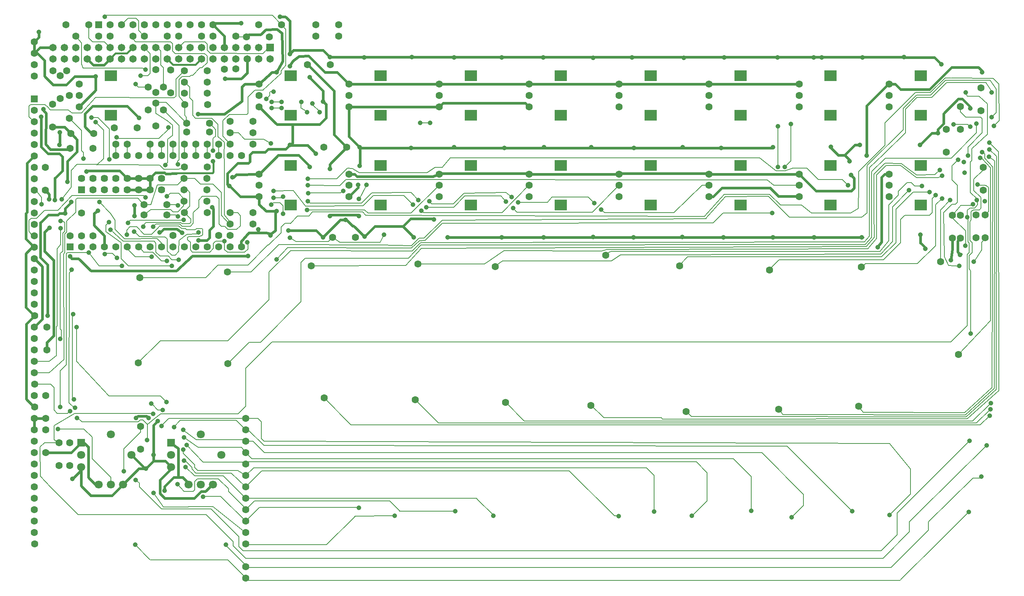
<source format=gbl>
%FSLAX33Y33*%
%MOMM*%
%AMRect-W2403400-H2708200-RO0.500*
21,1,2.4034,2.7082,0.,0.,270*%
%AMRect-W1650000-H1650000-RO0.500*
21,1,1.65,1.65,0.,0.,270*%
%AMRect-W1600000-H1600000-RO0.500*
21,1,1.6,1.6,0.,0.,270*%
%ADD10C,0.2032*%
%ADD11C,0.6096*%
%ADD12C,0.381*%
%ADD13C,1.0668*%
%ADD14C,1.6*%
%ADD15C,1.6*%
%ADD16R,1.8X1.8*%
%ADD17C,1.8*%
%ADD18C,1.6*%
%ADD19R,1.6X1.6*%
%ADD20Rect-W2403400-H2708200-RO0.500*%
%ADD21C,1.6*%
%ADD22R,1.62X1.62*%
%ADD23C,1.62*%
%ADD24C,1.65*%
%ADD25Rect-W1650000-H1650000-RO0.500*%
%ADD26Rect-W1600000-H1600000-RO0.500*%
D10*
%LNbottom copper_traces*%
G01*
X217325Y97446D02*
X215300Y99471D01*
X23580Y80055D02*
X24275Y80750D01*
X203350Y76525D02*
X203350Y85675D01*
D11*
X1118Y78082D02*
X1118Y83764D01*
X63975Y118775D02*
X67600Y115150D01*
X54480Y124675D02*
X53323Y123518D01*
D10*
X33201Y88236D02*
X32489Y87525D01*
X39932Y78754D02*
X40168Y78754D01*
X48481Y9609D02*
X49403Y8687D01*
X205249Y74143D02*
X205150Y83950D01*
X36150Y30322D02*
X36150Y31164D01*
D11*
X50952Y95297D02*
X50952Y96791D01*
D10*
X63250Y73750D02*
X86166Y73750D01*
X152550Y26050D02*
X150125Y28475D01*
D11*
X213625Y115487D02*
X212812Y116300D01*
X30939Y21432D02*
X32000Y20371D01*
D10*
X204750Y92116D02*
X203961Y91700D01*
X37532Y114221D02*
X37836Y114525D01*
D11*
X29973Y92837D02*
X31962Y92837D01*
D10*
X211487Y77244D02*
X211487Y75038D01*
X184800Y17450D02*
X170325Y31925D01*
X38890Y99125D02*
X38915Y99100D01*
X111869Y37531D02*
X211506Y37531D01*
X210375Y84395D02*
X210959Y84980D01*
X203350Y85675D02*
X204750Y87075D01*
X213041Y84548D02*
X213375Y84955D01*
X126825Y41025D02*
X129600Y38250D01*
D11*
X72939Y100878D02*
X75336Y98480D01*
D10*
X203350Y87821D02*
X202564Y87035D01*
X37031Y88975D02*
X36244Y88975D01*
X188245Y75845D02*
X190175Y78165D01*
X64025Y83175D02*
X64850Y84075D01*
D11*
X65672Y79930D02*
X67158Y78445D01*
X45925Y90215D02*
X45925Y92630D01*
D10*
X85600Y72175D02*
X89050Y76000D01*
X151950Y83100D02*
X76740Y83361D01*
X199250Y72600D02*
X203350Y76525D01*
X211421Y95537D02*
X211027Y95144D01*
D11*
X6350Y86900D02*
X6350Y87975D01*
D10*
X41430Y120040D02*
X42095Y119375D01*
X2325Y82632D02*
X3532Y82632D01*
X21110Y99125D02*
X21135Y99100D01*
X45250Y83400D02*
X46510Y81815D01*
X52050Y111175D02*
X53869Y111175D01*
X30000Y108466D02*
X30000Y106050D01*
X131225Y75300D02*
X129975Y74750D01*
X53462Y37338D02*
X53462Y33649D01*
X199075Y91700D02*
X195525Y94394D01*
X89070Y84375D02*
X89545Y83900D01*
X17675Y104571D02*
X19700Y102571D01*
D11*
X91610Y91935D02*
X92990Y92500D01*
D10*
X23580Y79025D02*
X23580Y80055D01*
X86710Y88375D02*
X88525Y86560D01*
X207005Y91200D02*
X207005Y94417D01*
X28138Y36771D02*
X28136Y36771D01*
X19700Y95750D02*
X19700Y102571D01*
X48411Y101665D02*
X49787Y100290D01*
X26190Y124460D02*
X26190Y126635D01*
D11*
X10350Y90750D02*
X10350Y95315D01*
D10*
X78375Y87725D02*
X85175Y87725D01*
D11*
X72990Y112500D02*
X172990Y112500D01*
D10*
X195050Y87787D02*
X192900Y85637D01*
X162325Y17525D02*
X162325Y25200D01*
X33050Y107683D02*
X36908Y103825D01*
X38789Y104930D02*
X42450Y104930D01*
D11*
X5850Y53320D02*
X5850Y55085D01*
X50584Y94929D02*
X50952Y95297D01*
X50648Y123518D02*
X50177Y123047D01*
D10*
X7395Y44975D02*
X6650Y45720D01*
D11*
X7600Y91600D02*
X7700Y91600D01*
D10*
X127015Y84025D02*
X132990Y90000D01*
X36335Y121905D02*
X35080Y120650D01*
X205819Y112875D02*
X202494Y109550D01*
D11*
X176740Y88750D02*
X184600Y88750D01*
X32241Y92558D02*
X34620Y92608D01*
D10*
X43513Y87570D02*
X44094Y86989D01*
X36550Y28725D02*
X38100Y27175D01*
X40275Y116154D02*
X39853Y116154D01*
X38350Y21850D02*
X38675Y22175D01*
X31270Y99125D02*
X31295Y99100D01*
X62300Y64075D02*
X62300Y72800D01*
D11*
X39484Y77750D02*
X41320Y77750D01*
D10*
X39573Y85088D02*
X39573Y86757D01*
X140725Y74525D02*
X133325Y74525D01*
D11*
X8718Y101479D02*
X8718Y99383D01*
D10*
X45300Y75743D02*
X45300Y77485D01*
D11*
X5646Y106050D02*
X5021Y106675D01*
D10*
X88250Y72475D02*
X103085Y72475D01*
X166450Y88000D02*
X156325Y87975D01*
X210007Y76581D02*
X210007Y79821D01*
X13500Y97700D02*
X13500Y102220D01*
X44964Y100975D02*
X44964Y104395D01*
X48018Y123047D02*
X50177Y123047D01*
X28750Y99105D02*
X28750Y96585D01*
X40400Y80254D02*
X40400Y78990D01*
D11*
X16281Y81130D02*
X18635Y78777D01*
D10*
X164200Y96075D02*
X167900Y93200D01*
X32850Y102425D02*
X30716Y100429D01*
D11*
X3000Y58420D02*
X4819Y60239D01*
X59792Y119232D02*
X59792Y126594D01*
D10*
X59848Y78303D02*
X61204Y77475D01*
X5950Y107425D02*
X5939Y107425D01*
X44964Y104395D02*
X46344Y105775D01*
X50535Y28475D02*
X50000Y27940D01*
X31295Y76265D02*
X31295Y77184D01*
D11*
X58077Y123926D02*
X58179Y117642D01*
X26225Y26925D02*
X27844Y26925D01*
D10*
X135170Y75725D02*
X188245Y75845D01*
D11*
X41050Y21850D02*
X42700Y23500D01*
D10*
X13544Y106106D02*
X16675Y109568D01*
D11*
X84952Y80848D02*
X86654Y82550D01*
D10*
X210384Y109865D02*
X210015Y110693D01*
D11*
X41365Y77750D02*
X41953Y78337D01*
D10*
X32560Y78100D02*
X32091Y78543D01*
X32680Y100255D02*
X32659Y95136D01*
X18700Y127825D02*
X55905Y127825D01*
X42725Y100400D02*
X43300Y100975D01*
X190175Y78165D02*
X190225Y92275D01*
X195550Y77200D02*
X191700Y73450D01*
X50475Y77300D02*
X50475Y75824D01*
D11*
X12875Y73700D02*
X11287Y73700D01*
D10*
X53275Y55050D02*
X62300Y64075D01*
X214817Y105756D02*
X214825Y105990D01*
D11*
X59792Y126594D02*
X58826Y127559D01*
D10*
X147925Y39675D02*
X149025Y38550D01*
X196102Y107152D02*
X199060Y110109D01*
X192325Y94400D02*
X195525Y94394D01*
X33725Y101150D02*
X33725Y103400D01*
X38223Y114525D02*
X37836Y114525D01*
X3000Y78825D02*
X3000Y78740D01*
D11*
X213625Y115200D02*
X213625Y115487D01*
X55551Y79212D02*
X54559Y79449D01*
D10*
X40400Y80254D02*
X40259Y80395D01*
X33550Y74460D02*
X32560Y75400D01*
X39017Y33388D02*
X49504Y33388D01*
X64025Y83175D02*
X61525Y83175D01*
X31700Y116200D02*
X31150Y116750D01*
D11*
X1118Y74803D02*
X1118Y62872D01*
D10*
X44440Y20800D02*
X50000Y15240D01*
X38675Y22175D02*
X38675Y24103D01*
X92100Y94025D02*
X93700Y94025D01*
X169875Y93200D02*
X171625Y93825D01*
D11*
X196418Y118445D02*
X196309Y118554D01*
D10*
X45250Y83400D02*
X45250Y85225D01*
X30844Y94500D02*
X31827Y93593D01*
D11*
X67218Y108687D02*
X67837Y108068D01*
D10*
X18950Y79650D02*
X22325Y77200D01*
X6300Y48260D02*
X9625Y51215D01*
X57350Y76772D02*
X79951Y76746D01*
D11*
X48836Y87500D02*
X52990Y87500D01*
D10*
X41430Y120040D02*
X41430Y121394D01*
X202277Y110109D02*
X205600Y113432D01*
X46004Y80225D02*
X47950Y80225D01*
X25224Y109526D02*
X34092Y109464D01*
X214246Y96946D02*
X213925Y97367D01*
X27350Y123190D02*
X27350Y123300D01*
D11*
X93823Y108333D02*
X112157Y108333D01*
D10*
X45775Y80479D02*
X45775Y80454D01*
D11*
X28408Y38238D02*
X28005Y38640D01*
D10*
X11358Y87733D02*
X8225Y84400D01*
X10745Y41625D02*
X12052Y40318D01*
X35150Y109796D02*
X35150Y113531D01*
X167000Y83875D02*
X156080Y83875D01*
X215500Y59875D02*
X215500Y93910D01*
X38675Y91505D02*
X36439Y91505D01*
D11*
X4350Y73900D02*
X4350Y81729D01*
D10*
X217450Y104375D02*
X217387Y112062D01*
X4325Y31725D02*
X4350Y25250D01*
X42835Y77064D02*
X42835Y75969D01*
X213925Y93434D02*
X213925Y94005D01*
D11*
X187975Y107735D02*
X192900Y112660D01*
D10*
X50547Y35560D02*
X54030Y32077D01*
X203961Y91700D02*
X199075Y91700D01*
X27350Y75150D02*
X27050Y75430D01*
X33771Y121514D02*
X33771Y119943D01*
D11*
X5546Y99139D02*
X5646Y106050D01*
D10*
X86969Y75375D02*
X88869Y77275D01*
D11*
X192000Y92500D02*
X192990Y92500D01*
D10*
X23926Y72051D02*
X22340Y73650D01*
X90825Y86425D02*
X91350Y85900D01*
X35901Y82200D02*
X36244Y82190D01*
X213760Y95900D02*
X215500Y93910D01*
X152550Y19750D02*
X152550Y26050D01*
X28247Y114422D02*
X28775Y114950D01*
X21000Y82190D02*
X19982Y83763D01*
X171150Y95475D02*
X169800Y94125D01*
D11*
X30939Y21432D02*
X30939Y24380D01*
D10*
X140800Y17375D02*
X140800Y25450D01*
X49590Y28350D02*
X50000Y27940D01*
D11*
X7290Y56525D02*
X7290Y73335D01*
D10*
X47193Y10719D02*
X47193Y9779D01*
D11*
X15550Y20950D02*
X20300Y20950D01*
X172990Y92500D02*
X176740Y88750D01*
D10*
X13500Y102220D02*
X10800Y104920D01*
X41100Y69475D02*
X43850Y72225D01*
X206731Y113864D02*
X205410Y113864D01*
D11*
X29550Y36555D02*
X30485Y37490D01*
D10*
X81991Y19736D02*
X84277Y17450D01*
D11*
X16675Y114249D02*
X12010Y114249D01*
D10*
X50000Y17780D02*
X51956Y19736D01*
D11*
X11287Y73700D02*
X10975Y74375D01*
D10*
X31525Y39990D02*
X30485Y39990D01*
X10219Y82185D02*
X10219Y79619D01*
X92850Y37125D02*
X212400Y37125D01*
X50000Y33020D02*
X51605Y33020D01*
X211218Y82313D02*
X211218Y84218D01*
X22725Y77600D02*
X29710Y77600D01*
X30000Y120550D02*
X30525Y120550D01*
D11*
X208255Y77589D02*
X208879Y78315D01*
D10*
X85607Y76074D02*
X59312Y76150D01*
X33359Y84600D02*
X33869Y84090D01*
X53085Y18325D02*
X75150Y18325D01*
X36828Y103905D02*
X36828Y105175D01*
D11*
X33400Y27300D02*
X33400Y26841D01*
D10*
X101397Y20320D02*
X101397Y20210D01*
X62300Y107225D02*
X63700Y106325D01*
X36150Y30322D02*
X38675Y27797D01*
X12552Y87162D02*
X26075Y87127D01*
X214550Y112875D02*
X215775Y110950D01*
X169425Y38975D02*
X209975Y38900D01*
X214246Y96061D02*
X216021Y94119D01*
D11*
X84952Y80848D02*
X87351Y78450D01*
D10*
X33550Y74460D02*
X34310Y74460D01*
X45600Y9830D02*
X50114Y5316D01*
X9342Y82085D02*
X8894Y82085D01*
X206790Y96050D02*
X212429Y101714D01*
X88869Y77275D02*
X187500Y77375D01*
X149025Y38550D02*
X210150Y38475D01*
D12*
X40111Y118110D02*
X38851Y116850D01*
D10*
X53590Y26450D02*
X50000Y22860D01*
X8875Y80445D02*
X8875Y76830D01*
X196647Y106985D02*
X196647Y101722D01*
X33300Y72050D02*
X32575Y72050D01*
X43306Y77535D02*
X42835Y77064D01*
D11*
X204591Y116916D02*
X203062Y118445D01*
D10*
X215875Y45000D02*
X216021Y94119D01*
D11*
X59848Y98880D02*
X60401Y99434D01*
D10*
X34809Y83075D02*
X34862Y82782D01*
X37532Y109523D02*
X37532Y111835D01*
D11*
X3000Y35650D02*
X3000Y38100D01*
D10*
X32560Y75400D02*
X32560Y78100D01*
X210009Y105192D02*
X208875Y106325D01*
X10400Y75050D02*
X15100Y75050D01*
X30950Y74250D02*
X30050Y75150D01*
X205249Y74143D02*
X206216Y72150D01*
D11*
X53078Y92436D02*
X57165Y96675D01*
D10*
X110325Y84025D02*
X110150Y84200D01*
X11215Y89574D02*
X11215Y93324D01*
X72580Y93826D02*
X73685Y93775D01*
X106725Y87625D02*
X107865Y86400D01*
X55200Y64575D02*
X55200Y70675D01*
X12400Y50825D02*
X19575Y43100D01*
X22887Y26388D02*
X22887Y31355D01*
X92850Y37125D02*
X87675Y42300D01*
X13574Y37352D02*
X12675Y38225D01*
X13500Y97700D02*
X13925Y97275D01*
X214246Y96061D02*
X214246Y96946D01*
X5270Y32700D02*
X8500Y32700D01*
D11*
X113100Y92500D02*
X132840Y92500D01*
D10*
X54225Y32077D02*
X170325Y31925D01*
X191211Y8687D02*
X194775Y12251D01*
X26625Y114422D02*
X28247Y114422D01*
X207725Y85806D02*
X208154Y86236D01*
X31295Y99100D02*
X31295Y96585D01*
X43325Y102400D02*
X42875Y102850D01*
X110475Y86190D02*
X117068Y86190D01*
D11*
X75336Y98349D02*
X167005Y98349D01*
D10*
X10553Y106820D02*
X6579Y106790D01*
D11*
X48975Y126111D02*
X43081Y126111D01*
D10*
X39573Y86757D02*
X40386Y87570D01*
D11*
X5330Y75295D02*
X5330Y79580D01*
D10*
X208154Y90050D02*
X207005Y91200D01*
X45255Y95325D02*
X45200Y96530D01*
X95475Y96075D02*
X164200Y96075D01*
D11*
X34600Y70950D02*
X15625Y70950D01*
D10*
X207162Y82615D02*
X207162Y83531D01*
X131595Y75725D02*
X135170Y75725D01*
X63825Y90000D02*
X70945Y89949D01*
X210375Y58800D02*
X206725Y55150D01*
D11*
X8225Y83400D02*
X8615Y83790D01*
D10*
X35878Y80876D02*
X37694Y80876D01*
X153850Y81645D02*
X93701Y81594D01*
X118078Y87375D02*
X126150Y87375D01*
X53774Y119304D02*
X55121Y120650D01*
X213680Y101717D02*
X213680Y104817D01*
X30000Y108466D02*
X32350Y108466D01*
D12*
X42829Y95325D02*
X42829Y93010D01*
D10*
X37694Y80876D02*
X38346Y81528D01*
X132900Y16375D02*
X131950Y16425D01*
X199212Y109550D02*
X196647Y106985D01*
X199060Y110109D02*
X202277Y110109D01*
D11*
X92990Y107500D02*
X72990Y107500D01*
X18491Y116761D02*
X19840Y118110D01*
D10*
X35067Y93593D02*
X36358Y94045D01*
X214348Y78450D02*
X214348Y78148D01*
X195550Y82425D02*
X195550Y77200D01*
D11*
X56625Y79981D02*
X56625Y83977D01*
X23670Y91515D02*
X28750Y91515D01*
D10*
X210490Y98527D02*
X213680Y101717D01*
X142338Y38250D02*
X142613Y37975D01*
X53818Y111175D02*
X57915Y114897D01*
X91350Y85900D02*
X96118Y85900D01*
X52775Y80480D02*
X52775Y79700D01*
X210795Y71390D02*
X210959Y71225D01*
X206725Y55150D02*
X55875Y55150D01*
X21325Y100725D02*
X21595Y100455D01*
X44610Y88265D02*
X44610Y88373D01*
D11*
X29550Y28631D02*
X32171Y28631D01*
X45240Y123190D02*
X45240Y120650D01*
D10*
X23650Y99125D02*
X23650Y96585D01*
X204400Y84500D02*
X206550Y86736D01*
X40919Y121905D02*
X36335Y121905D01*
X69310Y78385D02*
X68400Y77475D01*
X41455Y99100D02*
X41455Y96585D01*
X60000Y81525D02*
X60000Y81510D01*
X54125Y30500D02*
X164700Y30500D01*
X140800Y25450D02*
X139100Y27150D01*
X50475Y77300D02*
X50240Y77535D01*
X188125Y94400D02*
X196102Y102377D01*
X32791Y74250D02*
X33616Y73425D01*
X193075Y16575D02*
X197750Y21250D01*
X186950Y82875D02*
X188125Y83850D01*
D11*
X199945Y77200D02*
X201016Y76129D01*
D10*
X149250Y16450D02*
X152550Y19750D01*
D11*
X73979Y81000D02*
X76417Y78562D01*
X34600Y70950D02*
X38163Y74252D01*
X205075Y105945D02*
X208330Y109200D01*
D10*
X188575Y78685D02*
X188575Y93900D01*
D11*
X66419Y103556D02*
X56934Y103556D01*
X27844Y26925D02*
X29550Y28631D01*
D10*
X213100Y24800D02*
X213475Y25175D01*
X111869Y37531D02*
X107850Y41650D01*
X36358Y99100D02*
X36358Y96585D01*
X44610Y80874D02*
X45380Y80874D01*
X43850Y72225D02*
X50475Y72250D01*
X69327Y78445D02*
X70882Y77334D01*
X25525Y121920D02*
X24975Y122585D01*
X45250Y77950D02*
X45665Y77535D01*
D11*
X46330Y89810D02*
X45925Y90215D01*
D10*
X215094Y89514D02*
X215094Y84166D01*
X42095Y119375D02*
X42344Y119375D01*
D11*
X3000Y96520D02*
X1374Y94894D01*
D10*
X32659Y95136D02*
X32106Y94583D01*
X215350Y38725D02*
X213268Y36718D01*
X34500Y109796D02*
X34500Y113655D01*
X205819Y112875D02*
X214550Y112875D01*
X208450Y52325D02*
X215500Y59875D01*
X3000Y50800D02*
X6300Y50800D01*
D11*
X50320Y115011D02*
X49025Y113716D01*
D10*
X27606Y37352D02*
X27186Y37771D01*
D11*
X45925Y92630D02*
X48225Y94929D01*
D10*
X209975Y38900D02*
X216375Y44800D01*
D11*
X74200Y92500D02*
X74765Y91935D01*
D10*
X164700Y30500D02*
X173975Y21225D01*
X197450Y88925D02*
X193750Y85225D01*
X186200Y89525D02*
X186200Y93050D01*
X17146Y105100D02*
X15750Y105100D01*
D11*
X65672Y79930D02*
X59390Y79930D01*
D10*
X103085Y72475D02*
X107435Y75500D01*
X8076Y75881D02*
X8096Y58714D01*
X194500Y77225D02*
X191300Y74075D01*
X213094Y90050D02*
X214151Y90050D01*
X28325Y111906D02*
X26144Y111906D01*
X145175Y83900D02*
X151450Y90000D01*
X9566Y74725D02*
X9625Y51215D01*
X30000Y106050D02*
X32675Y104300D01*
X208963Y85550D02*
X211675Y85550D01*
X128775Y84750D02*
X129725Y83925D01*
X50000Y40800D02*
X48300Y39100D01*
D11*
X50475Y74261D02*
X38163Y74252D01*
X70340Y115150D02*
X67600Y115150D01*
X14434Y93200D02*
X21985Y93200D01*
D10*
X187725Y72600D02*
X186855Y71730D01*
X32675Y104300D02*
X33725Y103400D01*
D11*
X71009Y82296D02*
X72415Y82296D01*
D10*
X6300Y50800D02*
X7900Y52075D01*
X29554Y21488D02*
X31694Y18426D01*
D11*
X11520Y24654D02*
X13400Y26534D01*
D10*
X25225Y79675D02*
X25265Y79725D01*
X211825Y88813D02*
X211825Y91334D01*
X12552Y87162D02*
X12227Y86902D01*
X121925Y26450D02*
X53590Y26450D01*
X201752Y13259D02*
X201752Y15123D01*
D11*
X59848Y98880D02*
X63795Y98880D01*
D10*
X93700Y94025D02*
X95475Y96075D01*
X215775Y110950D02*
X215775Y110675D01*
D11*
X52990Y87500D02*
X52990Y85706D01*
X12010Y114249D02*
X10130Y112370D01*
D10*
X31325Y73150D02*
X29325Y75150D01*
X156575Y87500D02*
X166175Y87575D01*
D11*
X199945Y78990D02*
X199945Y77187D01*
D10*
X78025Y88350D02*
X86710Y88375D01*
X30050Y75150D02*
X30050Y77035D01*
X201975Y83328D02*
X196453Y83328D01*
D11*
X5546Y99139D02*
X6567Y97996D01*
X185250Y91535D02*
X184510Y92275D01*
D10*
X21595Y100455D02*
X22320Y100455D01*
D12*
X42596Y92701D02*
X34528Y92701D01*
D11*
X185379Y98990D02*
X186495Y98990D01*
X5560Y30485D02*
X11185Y30485D01*
D10*
X211125Y57325D02*
X211125Y70881D01*
X51355Y29125D02*
X158400Y29125D01*
D11*
X11185Y30485D02*
X13400Y32700D01*
X2515Y76200D02*
X1118Y74803D01*
D10*
X50000Y15240D02*
X53085Y18325D01*
X58449Y83650D02*
X58297Y83750D01*
X69310Y78400D02*
X69310Y78385D01*
D11*
X93823Y108333D02*
X92990Y107500D01*
D10*
X30505Y80559D02*
X30505Y80573D01*
X129725Y83925D02*
X145175Y83900D01*
X32863Y38100D02*
X52700Y38100D01*
X70882Y77334D02*
X79866Y77334D01*
X50475Y75824D02*
X49733Y75082D01*
D11*
X60477Y117748D02*
X59848Y116675D01*
D10*
X42344Y119375D02*
X53774Y119304D01*
D11*
X51511Y97350D02*
X54289Y97350D01*
X14240Y103035D02*
X15750Y101525D01*
D10*
X90310Y92785D02*
X92100Y94025D01*
X131225Y75300D02*
X190975Y75300D01*
D11*
X22700Y23400D02*
X26225Y26925D01*
D10*
X205625Y113406D02*
X215419Y113406D01*
X47875Y123190D02*
X48018Y123047D01*
X41430Y118796D02*
X41430Y117309D01*
D11*
X4500Y98608D02*
X6035Y97073D01*
D10*
X186411Y40452D02*
X185725Y41225D01*
X197900Y90637D02*
X197000Y90637D01*
D11*
X183134Y96745D02*
X185379Y98990D01*
D10*
X33725Y101150D02*
X32953Y100528D01*
X48300Y39100D02*
X31126Y39125D01*
X58903Y124751D02*
X57970Y125760D01*
X46765Y25968D02*
X50000Y22860D01*
X19575Y43100D02*
X30999Y43150D01*
X52700Y31925D02*
X54125Y30500D01*
D11*
X40080Y21850D02*
X41050Y21850D01*
X45244Y105855D02*
X39448Y105855D01*
D10*
X30716Y100429D02*
X29011Y100425D01*
X211218Y84218D02*
X211748Y84548D01*
D11*
X9300Y93200D02*
X9300Y96365D01*
D10*
X18390Y102310D02*
X16650Y104050D01*
X28136Y36771D02*
X29716Y38024D01*
X50034Y4953D02*
X193446Y4953D01*
D11*
X212762Y116250D02*
X206850Y116250D01*
D10*
X44094Y81390D02*
X44094Y86989D01*
X18650Y127775D02*
X18700Y127825D01*
X212429Y101714D02*
X212421Y103750D01*
X6700Y22725D02*
X12725Y16700D01*
X36828Y105175D02*
X36429Y105574D01*
X58100Y87250D02*
X58304Y87454D01*
X63475Y88325D02*
X71046Y88325D01*
X28775Y114950D02*
X28775Y119335D01*
X195675Y94875D02*
X196825Y94000D01*
X1850Y107620D02*
X1850Y105290D01*
X37373Y77535D02*
X37008Y77900D01*
D11*
X212812Y116300D02*
X212762Y116250D01*
D10*
X45255Y85700D02*
X45255Y95325D01*
X202184Y110637D02*
X198837Y110637D01*
X202564Y83917D02*
X201975Y83328D01*
X186150Y84850D02*
X186200Y89525D01*
X131950Y16425D02*
X121925Y26450D01*
X15981Y121900D02*
X18590Y121900D01*
D11*
X6035Y97073D02*
X8592Y97073D01*
D10*
X38163Y75146D02*
X37694Y75616D01*
X22887Y31355D02*
X26613Y35081D01*
X210009Y105192D02*
X213297Y105192D01*
X214616Y89960D02*
X215094Y89514D01*
X31000Y55425D02*
X46050Y55425D01*
X19982Y83763D02*
X19982Y83763D01*
X205150Y83950D02*
X207006Y85806D01*
X60000Y75475D02*
X86969Y75375D01*
D11*
X48225Y94929D02*
X50584Y94929D01*
D10*
X192135Y96050D02*
X206790Y96050D01*
X49403Y8687D02*
X191211Y8687D01*
D11*
X58179Y117642D02*
X56856Y115189D01*
D10*
X36601Y80395D02*
X35866Y80395D01*
X11475Y42700D02*
X11850Y42325D01*
X30950Y74250D02*
X32791Y74250D01*
X208875Y106325D02*
X208875Y107515D01*
D11*
X68786Y118554D02*
X196309Y118554D01*
D10*
X110150Y84200D02*
X109400Y84950D01*
X32575Y41574D02*
X30999Y43150D01*
X41430Y121394D02*
X40919Y121905D01*
X50475Y72250D02*
X54940Y76715D01*
X26090Y37352D02*
X26510Y37771D01*
X215419Y113406D02*
X216775Y111450D01*
X211426Y98238D02*
X214817Y101404D01*
D12*
X19840Y118110D02*
X21022Y119393D01*
D10*
X27360Y81100D02*
X27549Y81466D01*
X9085Y75104D02*
X8806Y74850D01*
X38227Y105574D02*
X38227Y108828D01*
X1852Y82260D02*
X2325Y82632D01*
X50547Y35560D02*
X50000Y35560D01*
X189100Y78450D02*
X189075Y93050D01*
D11*
X38600Y20371D02*
X40080Y21850D01*
D10*
X197750Y21250D02*
X197750Y26825D01*
D11*
X6567Y97996D02*
X10527Y97996D01*
X191300Y82875D02*
X191275Y82900D01*
D10*
X33771Y119943D02*
X34359Y119355D01*
D11*
X32171Y28631D02*
X33503Y27300D01*
D10*
X216375Y44800D02*
X216450Y95400D01*
D11*
X208330Y109200D02*
X209297Y109200D01*
D10*
X10125Y74775D02*
X10400Y75050D01*
X187261Y39477D02*
X186411Y40452D01*
X43933Y24689D02*
X46193Y22428D01*
X168500Y73450D02*
X166450Y71300D01*
X55875Y55150D02*
X50000Y49275D01*
X56225Y87250D02*
X58100Y87250D01*
X8750Y48675D02*
X10125Y50050D01*
X30525Y120550D02*
X31150Y119925D01*
D11*
X69615Y101305D02*
X69615Y111059D01*
D10*
X50225Y105775D02*
X50500Y106050D01*
X19982Y83763D02*
X17570Y86175D01*
X126150Y87375D02*
X127600Y85925D01*
X210807Y77114D02*
X210795Y76797D01*
D11*
X179928Y98445D02*
X181701Y96672D01*
D10*
X39040Y80395D02*
X38784Y80139D01*
X133325Y74525D02*
X131325Y73200D01*
X86848Y76593D02*
X88486Y78232D01*
D11*
X57165Y96675D02*
X61775Y96675D01*
D10*
X212091Y84980D02*
X211000Y84955D01*
X63825Y91450D02*
X70255Y91501D01*
X86870Y76023D02*
X88593Y77693D01*
X13925Y97275D02*
X13925Y95975D01*
D11*
X187975Y96660D02*
X187975Y107735D01*
D10*
X34824Y90125D02*
X36309Y91505D01*
D11*
X41953Y79992D02*
X42835Y80874D01*
D10*
X189700Y78450D02*
X187963Y76388D01*
X88991Y76750D02*
X187650Y76850D01*
X210375Y58800D02*
X210375Y74625D01*
X38789Y104930D02*
X38227Y105574D01*
X12691Y122719D02*
X12220Y123190D01*
X166175Y87575D02*
X170800Y82950D01*
X42012Y75146D02*
X42835Y75969D01*
X16940Y94525D02*
X18390Y95975D01*
D11*
X153896Y87500D02*
X155804Y89408D01*
X28005Y38640D02*
X26154Y38640D01*
D10*
X217350Y44325D02*
X217325Y97310D01*
D11*
X32000Y22000D02*
X32000Y23000D01*
X76417Y78562D02*
X78703Y80848D01*
D10*
X18590Y121900D02*
X19840Y120650D01*
X215875Y45000D02*
X209750Y39350D01*
D11*
X4454Y81729D02*
X6125Y83400D01*
D12*
X42829Y93010D02*
X42596Y92701D01*
D10*
X216831Y44556D02*
X216906Y96450D01*
X59312Y76150D02*
X56847Y73491D01*
X152225Y82600D02*
X156575Y87500D01*
X195558Y2184D02*
X204270Y10897D01*
X29710Y77600D02*
X30050Y77035D01*
X42875Y102850D02*
X41875Y103850D01*
X200325Y89875D02*
X198662Y89875D01*
D11*
X56900Y84252D02*
X56625Y83977D01*
D10*
X189625Y92500D02*
X189650Y84250D01*
X28885Y84600D02*
X33359Y84600D01*
X34310Y74460D02*
X35125Y75275D01*
X42266Y17975D02*
X48481Y11760D01*
X1852Y79753D02*
X2475Y78825D01*
X35120Y80940D02*
X35789Y80398D01*
X201752Y15123D02*
X211600Y24800D01*
X26825Y86309D02*
X27409Y85725D01*
D11*
X54991Y98052D02*
X58910Y98052D01*
X4270Y120650D02*
X3000Y119380D01*
D10*
X6650Y45720D02*
X3000Y45720D01*
X37513Y81470D02*
X37795Y81753D01*
D11*
X94889Y78450D02*
X187147Y78450D01*
D10*
X44094Y81390D02*
X44610Y80874D01*
X46344Y105775D02*
X50225Y105775D01*
D11*
X208767Y74524D02*
X208255Y75188D01*
D10*
X199075Y92300D02*
X203175Y92350D01*
X9762Y79162D02*
X9762Y75071D01*
X210959Y81877D02*
X210959Y77771D01*
X26144Y111906D02*
X25500Y112550D01*
X58706Y81525D02*
X60000Y81525D01*
X11358Y87760D02*
X27298Y87760D01*
D11*
X58910Y98052D02*
X59848Y98990D01*
D10*
X44995Y25325D02*
X50000Y20320D01*
X212666Y86761D02*
X212641Y85700D01*
X29350Y39250D02*
X11950Y39250D01*
X50500Y109625D02*
X52050Y111175D01*
X49987Y6985D02*
X191620Y6985D01*
X205410Y113862D02*
X202184Y110637D01*
X208559Y71950D02*
X206216Y72150D01*
X30000Y108466D02*
X30469Y107997D01*
X50000Y20320D02*
X101397Y20320D01*
D11*
X203062Y118445D02*
X196418Y118445D01*
D10*
X35096Y88236D02*
X33201Y88236D01*
X85607Y76074D02*
X86870Y76023D01*
X55500Y110875D02*
X56200Y110875D01*
X9085Y75104D02*
X9356Y75375D01*
D11*
X183134Y96745D02*
X184200Y95679D01*
X74830Y83412D02*
X68895Y83412D01*
D10*
X4325Y31755D02*
X5270Y32700D01*
D11*
X18635Y76265D02*
X18635Y78777D01*
D10*
X62300Y108550D02*
X62300Y107225D01*
X63850Y86525D02*
X64300Y86075D01*
D11*
X3000Y76200D02*
X2515Y76200D01*
D10*
X86166Y73750D02*
X88991Y76750D01*
X45925Y50250D02*
X50725Y55050D01*
X38100Y26870D02*
X38930Y25913D01*
X86701Y76593D02*
X86848Y76593D01*
X215575Y41525D02*
X211506Y37531D01*
X15115Y122766D02*
X15981Y121900D01*
X184475Y83850D02*
X186150Y84850D01*
X23800Y127175D02*
X22380Y125755D01*
X75225Y92785D02*
X90310Y92785D01*
D11*
X202503Y101645D02*
X203875Y101645D01*
D10*
X24409Y82190D02*
X24345Y82190D01*
D11*
X166548Y89408D02*
X168351Y87605D01*
D10*
X46510Y81345D02*
X46510Y81815D01*
X22320Y100455D02*
X29011Y100425D01*
X58297Y83650D02*
X58297Y85442D01*
D11*
X5258Y117792D02*
X3670Y119380D01*
X52990Y112500D02*
X49825Y112500D01*
D10*
X31150Y116750D02*
X31150Y119925D01*
X72270Y91274D02*
X165898Y91198D01*
X38625Y25325D02*
X44995Y25325D01*
X208154Y86236D02*
X208154Y90050D01*
X37008Y78337D02*
X37267Y78622D01*
D11*
X191275Y82900D02*
X191275Y91775D01*
X1374Y94894D02*
X1374Y84020D01*
X52990Y85706D02*
X54559Y84252D01*
D10*
X19700Y102571D02*
X19700Y102571D01*
D11*
X18491Y116761D02*
X16113Y116761D01*
X15990Y107650D02*
X23661Y107650D01*
D10*
X43300Y100975D02*
X43325Y102400D01*
X188575Y93900D02*
X191775Y96850D01*
D11*
X5540Y38100D02*
X3000Y38100D01*
D10*
X45200Y96530D02*
X45255Y99596D01*
D11*
X35056Y31416D02*
X35056Y25000D01*
X61775Y96675D02*
X63885Y94565D01*
X10800Y95755D02*
X12479Y97511D01*
D10*
X58297Y85442D02*
X57582Y86157D01*
D11*
X152990Y92500D02*
X172950Y92500D01*
D10*
X211600Y24800D02*
X213100Y24800D01*
X187725Y72600D02*
X199250Y72600D01*
X36375Y83706D02*
X36334Y84090D01*
X45429Y80825D02*
X45775Y80479D01*
X88593Y77693D02*
X89876Y77769D01*
X177325Y91325D02*
X182600Y91325D01*
X57847Y80666D02*
X58706Y81525D01*
X9762Y75071D02*
X9566Y74725D01*
X206831Y113864D02*
X216100Y113813D01*
X186200Y93050D02*
X192036Y98886D01*
D11*
X15000Y31750D02*
X14050Y32700D01*
D10*
X15100Y75050D02*
X17424Y72051D01*
D12*
X38851Y116850D02*
X33800Y116850D01*
D10*
X40386Y87570D02*
X43513Y87570D01*
X7395Y39955D02*
X7395Y44975D01*
X89876Y77769D02*
X93701Y81594D01*
X192036Y103879D02*
X192036Y98886D01*
X41430Y99125D02*
X41455Y99100D01*
X32953Y100528D02*
X32683Y100255D01*
D11*
X207025Y75800D02*
X207025Y78203D01*
D10*
X8100Y39250D02*
X7395Y39955D01*
X215500Y40175D02*
X212400Y37125D01*
X25530Y24390D02*
X26400Y23698D01*
D11*
X4500Y98608D02*
X4500Y105290D01*
D10*
X20390Y74825D02*
X21365Y73850D01*
X98725Y87625D02*
X106725Y87625D01*
D11*
X16113Y116761D02*
X14662Y118212D01*
D10*
X51750Y27150D02*
X50000Y25400D01*
X34824Y95324D02*
X35200Y95700D01*
X23067Y78108D02*
X21000Y80225D01*
X64931Y107875D02*
X66400Y106406D01*
X36410Y83885D02*
X37795Y82500D01*
X210959Y81877D02*
X211218Y82313D01*
X210795Y75072D02*
X210795Y76797D01*
X18950Y74825D02*
X20390Y74825D01*
D11*
X42700Y125730D02*
X45240Y123190D01*
D10*
X210795Y74346D02*
X210795Y71390D01*
X209750Y39350D02*
X187261Y39477D01*
X55575Y99339D02*
X54011Y100264D01*
D11*
X191300Y77375D02*
X191300Y82875D01*
D10*
X26372Y78593D02*
X32091Y78543D01*
X34050Y36262D02*
X35481Y37694D01*
X30354Y90125D02*
X34824Y90125D01*
X210541Y77381D02*
X210807Y77114D01*
X26335Y69475D02*
X41100Y69475D01*
X210350Y38000D02*
X217350Y44325D01*
D11*
X53323Y123518D02*
X50648Y123518D01*
D10*
X3532Y82632D02*
X5300Y84400D01*
D11*
X54559Y79449D02*
X50676Y79449D01*
D10*
X39261Y24689D02*
X43933Y24689D01*
X57847Y79449D02*
X57847Y80666D01*
D11*
X68895Y83412D02*
X68700Y83175D01*
D10*
X3000Y88900D02*
X3375Y88900D01*
D11*
X72990Y112500D02*
X70340Y115150D01*
D10*
X50725Y55050D02*
X53275Y55050D01*
X40168Y78754D02*
X40400Y78986D01*
D11*
X6350Y87975D02*
X5450Y88900D01*
D10*
X202564Y83917D02*
X202564Y87035D01*
D11*
X49195Y111956D02*
X49825Y112500D01*
D10*
X28829Y6596D02*
X46058Y6596D01*
X213760Y95900D02*
X213267Y96450D01*
X152325Y82600D02*
X93650Y82270D01*
X90175Y83900D02*
X106965Y83925D01*
X207162Y82615D02*
X210007Y79821D01*
X28730Y99125D02*
X28750Y99105D01*
D11*
X75362Y94445D02*
X75362Y98429D01*
X190475Y76212D02*
X190475Y76290D01*
D10*
X9762Y79162D02*
X10219Y79619D01*
D11*
X181701Y96672D02*
X183134Y96672D01*
D10*
X5939Y107425D02*
X5425Y107939D01*
X25525Y121920D02*
X33364Y121920D01*
X21000Y80225D02*
X21000Y82190D01*
D11*
X15000Y25000D02*
X15000Y31750D01*
D10*
X112704Y92785D02*
X112990Y92500D01*
X1850Y105290D02*
X3000Y104140D01*
X15875Y29150D02*
X15875Y33950D01*
D11*
X86654Y82550D02*
X91821Y82550D01*
X5330Y79580D02*
X6300Y80550D01*
X54289Y97350D02*
X54991Y98052D01*
D10*
X47193Y9779D02*
X49987Y6985D01*
X207165Y94550D02*
X208340Y95725D01*
X37368Y112000D02*
X36350Y112992D01*
X36429Y105574D02*
X36479Y108221D01*
X11950Y39250D02*
X7425Y36475D01*
D11*
X49195Y108751D02*
X49195Y111956D01*
D10*
X50500Y106050D02*
X50500Y109625D01*
X38675Y24103D02*
X39261Y24689D01*
D11*
X13400Y23101D02*
X13400Y27620D01*
D10*
X34338Y85725D02*
X34925Y85500D01*
X9035Y56135D02*
X9035Y57775D01*
X16675Y109568D02*
X23175Y109568D01*
D11*
X21985Y93200D02*
X23670Y91515D01*
D10*
X11215Y93324D02*
X12479Y94703D01*
X38346Y83902D02*
X39573Y85104D01*
D11*
X50676Y79449D02*
X49022Y77490D01*
D10*
X217387Y112062D02*
X217387Y112525D01*
X211125Y70881D02*
X210959Y71225D01*
D12*
X23617Y119393D02*
X24975Y120650D01*
D11*
X61880Y118724D02*
X60477Y117748D01*
X14240Y103035D02*
X14240Y105900D01*
X209297Y109200D02*
X211106Y107391D01*
D10*
X216775Y106175D02*
X215775Y105175D01*
X106965Y83925D02*
X112990Y90100D01*
X76026Y84075D02*
X64850Y84075D01*
X55112Y76715D02*
X57847Y79449D01*
X168250Y103131D02*
X168250Y94125D01*
X156080Y83875D02*
X153850Y81645D01*
X35150Y113531D02*
X35891Y114221D01*
X196453Y83328D02*
X195550Y82425D01*
X27186Y37771D02*
X26510Y37771D01*
X38227Y108828D02*
X37532Y109523D01*
X53462Y37338D02*
X52700Y38100D01*
X70255Y91501D02*
X72580Y93826D01*
X35382Y81346D02*
X29984Y81346D01*
X216775Y111450D02*
X216775Y106175D01*
D11*
X5258Y114300D02*
X5258Y117792D01*
D10*
X44964Y100975D02*
X46514Y99125D01*
X55765Y108550D02*
X57950Y108550D01*
X1852Y79753D02*
X1852Y82260D01*
D11*
X67158Y78400D02*
X67158Y78445D01*
D10*
X210375Y82900D02*
X210541Y82734D01*
X39379Y31650D02*
X49104Y31650D01*
D11*
X93100Y92610D02*
X113100Y92610D01*
X4350Y81729D02*
X4454Y81729D01*
D10*
X15115Y125755D02*
X15115Y122766D01*
X31300Y17975D02*
X42266Y17975D01*
X64300Y86075D02*
X75725Y86050D01*
X42748Y90235D02*
X39945Y90235D01*
X39568Y26515D02*
X39335Y26515D01*
X213550Y77350D02*
X213550Y75600D01*
D11*
X28651Y91515D02*
X29973Y92837D01*
D10*
X27360Y83425D02*
X27360Y83425D01*
D11*
X75362Y98429D02*
X75438Y98480D01*
D10*
X187650Y76850D02*
X189100Y78450D01*
D11*
X23675Y88975D02*
X28750Y88975D01*
D10*
X57900Y115546D02*
X58903Y116675D01*
D11*
X201975Y111375D02*
X206850Y116250D01*
D10*
X76075Y85425D02*
X78375Y87725D01*
X101397Y20210D02*
X105181Y16425D01*
X32350Y108466D02*
X33050Y107683D01*
X214825Y105990D02*
X214825Y108125D01*
X42012Y75146D02*
X38163Y75146D01*
X35891Y114221D02*
X37532Y114221D01*
X12400Y58250D02*
X12225Y58425D01*
D11*
X1221Y42419D02*
X3127Y40513D01*
D10*
X194775Y12251D02*
X194775Y17025D01*
X11215Y89574D02*
X9100Y86875D01*
X213550Y75600D02*
X211900Y72975D01*
X49104Y31650D02*
X50000Y30500D01*
D11*
X4064Y122984D02*
X4064Y124100D01*
D10*
X212641Y85700D02*
X212091Y84980D01*
X191150Y74725D02*
X140725Y74525D01*
X208963Y85550D02*
X208559Y85087D01*
D11*
X67837Y104974D02*
X66419Y103556D01*
X33400Y26841D02*
X30939Y24380D01*
D10*
X168850Y85600D02*
X166450Y88000D01*
X210415Y103556D02*
X211106Y102865D01*
D11*
X52990Y112500D02*
X55850Y115189D01*
D10*
X8806Y74800D02*
X8806Y58004D01*
X31126Y39125D02*
X29701Y38024D01*
X13490Y121644D02*
X12691Y122719D01*
X26075Y87127D02*
X26825Y86309D01*
D11*
X1221Y59106D02*
X1221Y42419D01*
D10*
X55350Y109995D02*
X55350Y110725D01*
X25765Y80750D02*
X27394Y79121D01*
X21135Y99100D02*
X21135Y96585D01*
X63825Y86500D02*
X63850Y86525D01*
X88875Y103900D02*
X90925Y103900D01*
X33869Y84090D02*
X34925Y84090D01*
X29068Y79121D02*
X30505Y80559D01*
X107065Y73200D02*
X105300Y71925D01*
X42758Y18467D02*
X49911Y12700D01*
X214151Y90050D02*
X214616Y89960D01*
X48825Y83260D02*
X48200Y83885D01*
X49987Y5000D02*
X50034Y4953D01*
X46058Y6596D02*
X50114Y2540D01*
X37267Y78622D02*
X39774Y78622D01*
D11*
X132990Y92650D02*
X153225Y92650D01*
X3075Y60960D02*
X1221Y59106D01*
D10*
X55765Y107225D02*
X57750Y107225D01*
X27360Y83425D02*
X28885Y84600D01*
X198662Y89875D02*
X197900Y90637D01*
D11*
X50320Y118175D02*
X50320Y115011D01*
D10*
X36275Y21850D02*
X34825Y23500D01*
X37694Y77354D02*
X37513Y77535D01*
X197510Y12875D02*
X197510Y15123D01*
X38625Y25325D02*
X36650Y27300D01*
X210150Y38475D02*
X216831Y44556D01*
D11*
X12875Y73700D02*
X15625Y70950D01*
D10*
X77140Y83800D02*
X86790Y83800D01*
X32500Y83425D02*
X34459Y83425D01*
D11*
X12479Y100206D02*
X12479Y97511D01*
X112990Y107500D02*
X112157Y108333D01*
X9850Y83790D02*
X9850Y84825D01*
X6000Y60960D02*
X5950Y72050D01*
X16675Y111186D02*
X16675Y114249D01*
D12*
X33800Y116850D02*
X32540Y118110D01*
D10*
X129125Y75375D02*
X130250Y75700D01*
X210384Y109865D02*
X212985Y109865D01*
D11*
X50952Y96791D02*
X51511Y97350D01*
D10*
X51956Y19736D02*
X81991Y19736D01*
X167325Y90050D02*
X173025Y90050D01*
D11*
X30887Y79481D02*
X30999Y79481D01*
D10*
X18390Y95975D02*
X18390Y102310D01*
X45255Y99596D02*
X45255Y99596D01*
D11*
X63706Y116969D02*
X69615Y111059D01*
X72415Y82296D02*
X73711Y81000D01*
D10*
X2169Y107939D02*
X5425Y107939D01*
X10125Y50050D02*
X10125Y74775D01*
D11*
X67837Y104974D02*
X67837Y108068D01*
D10*
X45255Y99596D02*
X43800Y100849D01*
X50114Y2083D02*
X195457Y2083D01*
D11*
X5330Y75295D02*
X7290Y73335D01*
D10*
X29984Y81346D02*
X29470Y80832D01*
X197750Y26825D02*
X193066Y32525D01*
D11*
X10800Y95755D02*
X10360Y95315D01*
X26311Y105000D02*
X23661Y107650D01*
D10*
X107435Y75500D02*
X129125Y75375D01*
X148225Y74075D02*
X146400Y72200D01*
X36275Y28725D02*
X36550Y28725D01*
X46514Y101665D02*
X48411Y101665D01*
X130250Y75700D02*
X131595Y75725D01*
X13873Y116070D02*
X27048Y116070D01*
X39853Y116154D02*
X38223Y114525D01*
X193750Y77525D02*
X191150Y74725D01*
X38915Y99100D02*
X38915Y96585D01*
X60560Y88814D02*
X63300Y85400D01*
X24275Y80750D02*
X25765Y80750D01*
X191700Y73450D02*
X168500Y73450D01*
X45300Y77535D02*
X43306Y77535D01*
X30284Y78145D02*
X31295Y77184D01*
X36275Y21850D02*
X38350Y21850D01*
X41212Y16700D02*
X47193Y10719D01*
X31827Y93593D02*
X35067Y93593D01*
X8806Y58004D02*
X9035Y57775D01*
D11*
X208255Y75188D02*
X208255Y77589D01*
D10*
X189650Y84250D02*
X189700Y78450D01*
X56090Y86157D02*
X56090Y86120D01*
X34500Y109796D02*
X34092Y109464D01*
X23926Y72051D02*
X32575Y72050D01*
X9751Y81714D02*
X9280Y82085D01*
X214817Y101404D02*
X214817Y105756D01*
X29325Y75150D02*
X27350Y75150D01*
X43800Y100849D02*
X43800Y103600D01*
D11*
X25273Y83142D02*
X25273Y85498D01*
D10*
X47866Y37694D02*
X50000Y35560D01*
X182600Y91325D02*
X183900Y90025D01*
X13544Y106106D02*
X11419Y106106D01*
X26400Y22875D02*
X31300Y17975D01*
X40525Y20800D02*
X44440Y20800D01*
X48200Y83885D02*
X46510Y83885D01*
X37532Y111835D02*
X37368Y112000D01*
D11*
X60604Y120045D02*
X59792Y119232D01*
D10*
X213375Y84955D02*
X213375Y87325D01*
D11*
X199848Y98990D02*
X202503Y101645D01*
D10*
X210375Y82900D02*
X210375Y84395D01*
D11*
X203875Y101645D02*
X203875Y102505D01*
D10*
X96575Y17450D02*
X84150Y17450D01*
X211825Y88813D02*
X213375Y87325D01*
X27050Y75430D02*
X26215Y76265D01*
D11*
X74765Y91935D02*
X91610Y91935D01*
D10*
X63300Y85400D02*
X76075Y85425D01*
X71046Y88325D02*
X71671Y88775D01*
X30819Y94500D02*
X30666Y94500D01*
X39335Y26515D02*
X38675Y27175D01*
D11*
X72990Y92500D02*
X74200Y92500D01*
D10*
X12227Y84002D02*
X12227Y86833D01*
X36244Y85408D02*
X36244Y87089D01*
D11*
X33516Y32513D02*
X35056Y31416D01*
X16281Y83763D02*
X17165Y84322D01*
D10*
X199075Y92300D02*
X196825Y94000D01*
X35560Y81753D02*
X27836Y81753D01*
X35200Y95700D02*
X35200Y103276D01*
D11*
X42835Y84783D02*
X42393Y85225D01*
D10*
X48481Y11760D02*
X48481Y9609D01*
D11*
X42835Y80874D02*
X42835Y84783D01*
D10*
X35481Y37694D02*
X47866Y37694D01*
X217450Y104375D02*
X216275Y103200D01*
X25425Y10000D02*
X28700Y6725D01*
X36350Y115541D02*
X34500Y113655D01*
X55121Y120650D02*
X55400Y120650D01*
D11*
X60401Y99434D02*
X60401Y103556D01*
D10*
X54940Y76715D02*
X55112Y76715D01*
X191300Y74075D02*
X148225Y74075D01*
X38346Y81528D02*
X38346Y83902D01*
D11*
X35903Y79431D02*
X34664Y80281D01*
X3000Y121920D02*
X4064Y122984D01*
D10*
X49733Y75082D02*
X45961Y75082D01*
D11*
X49022Y77490D02*
X48997Y76149D01*
D10*
X174725Y93825D02*
X177225Y91325D01*
X195654Y107454D02*
X192036Y103879D01*
X192075Y94900D02*
X189625Y92500D01*
X20000Y25025D02*
X15875Y29150D01*
D11*
X9750Y102935D02*
X12385Y100300D01*
D10*
X204400Y72875D02*
X204400Y84500D01*
X26090Y37352D02*
X13574Y37352D01*
X48225Y26489D02*
X50000Y25400D01*
X9356Y75375D02*
X9356Y79355D01*
X197693Y15301D02*
X199725Y17333D01*
X39774Y78622D02*
X39932Y78754D01*
X36098Y31189D02*
X36090Y31129D01*
X9356Y79355D02*
X9751Y79750D01*
X171350Y16100D02*
X173975Y18725D01*
D11*
X68704Y94719D02*
X68704Y93775D01*
D10*
X50000Y30480D02*
X51355Y29125D01*
X45525Y70725D02*
X51200Y70725D01*
D11*
X25601Y38225D02*
X26017Y38640D01*
D10*
X14050Y35775D02*
X8375Y35775D01*
X117068Y86190D02*
X118078Y87375D01*
X201975Y88525D02*
X198350Y88525D01*
D11*
X68704Y94719D02*
X72465Y98480D01*
X1374Y84020D02*
X1118Y83764D01*
D10*
X30505Y80573D02*
X30873Y80940D01*
X35125Y75275D02*
X35150Y77750D01*
X51750Y27150D02*
X139100Y27150D01*
X207294Y103556D02*
X210415Y103556D01*
X35200Y103276D02*
X31700Y106776D01*
D11*
X15990Y107650D02*
X14240Y105900D01*
D10*
X7900Y52075D02*
X7900Y58519D01*
X46197Y21850D02*
X50165Y17882D01*
X205410Y113864D02*
X205410Y113862D01*
X76026Y84075D02*
X76665Y83361D01*
X45961Y75082D02*
X45300Y75743D01*
D11*
X45244Y105855D02*
X49195Y108751D01*
D10*
X25415Y74125D02*
X23475Y76065D01*
X26625Y35081D02*
X26625Y36251D01*
D11*
X9850Y84825D02*
X11218Y86193D01*
X6125Y83400D02*
X8225Y83400D01*
D10*
X211825Y91334D02*
X213925Y93434D01*
D11*
X52775Y80225D02*
X52775Y79548D01*
D10*
X2325Y82632D02*
X2325Y82632D01*
X194775Y17025D02*
X210875Y33125D01*
D11*
X4819Y71931D02*
X3000Y73750D01*
D10*
X18950Y81100D02*
X18950Y81100D01*
X46050Y55425D02*
X55200Y64575D01*
D11*
X60604Y120045D02*
X67216Y120045D01*
X67218Y111008D02*
X67218Y108458D01*
D10*
X33810Y99125D02*
X33835Y99100D01*
X194500Y77225D02*
X194500Y84675D01*
D11*
X194400Y112500D02*
X192990Y112500D01*
D10*
X40259Y80395D02*
X39040Y80395D01*
X36858Y80139D02*
X36601Y80395D01*
X13500Y117050D02*
X13873Y116070D01*
X192075Y94900D02*
X195675Y94875D01*
X42725Y97714D02*
X42725Y100400D01*
X194500Y84675D02*
X198350Y88525D01*
X10910Y39750D02*
X10410Y39250D01*
X37795Y81753D02*
X37795Y82500D01*
X30485Y39990D02*
X29250Y41225D01*
D11*
X34000Y25000D02*
X36000Y25000D01*
X56934Y103556D02*
X52990Y107500D01*
D10*
X6300Y50800D02*
X6300Y50800D01*
X25224Y109526D02*
X23175Y109568D01*
D11*
X5850Y55085D02*
X7290Y56525D01*
D10*
X31694Y18426D02*
X42758Y18467D01*
X12400Y50825D02*
X12400Y58250D01*
X7425Y36475D02*
X7425Y33375D01*
X10260Y82185D02*
X12227Y84002D01*
X22340Y73650D02*
X22340Y77200D01*
D11*
X195525Y111375D02*
X201975Y111375D01*
D10*
X73382Y36718D02*
X67425Y42675D01*
X199725Y17333D02*
X214650Y32075D01*
X68400Y77475D02*
X61204Y77475D01*
X42450Y104930D02*
X43800Y103600D01*
X60000Y81525D02*
X61525Y83175D01*
X36244Y83999D02*
X37594Y85350D01*
X211027Y88447D02*
X212541Y86932D01*
X24345Y82190D02*
X23800Y81645D01*
D11*
X56625Y79981D02*
X55551Y79212D01*
X7050Y102935D02*
X9750Y102935D01*
D10*
X44610Y88373D02*
X42748Y90235D01*
X50114Y5316D02*
X50114Y5080D01*
X52700Y31925D02*
X52700Y31925D01*
D11*
X63795Y98880D02*
X65600Y97075D01*
D10*
X45775Y80454D02*
X46004Y80225D01*
D11*
X7600Y86725D02*
X7600Y91600D01*
X203875Y102505D02*
X205075Y103705D01*
X72939Y107500D02*
X72939Y100878D01*
D10*
X28880Y85725D02*
X27409Y85725D01*
X5300Y84400D02*
X8225Y84400D01*
X37594Y88411D02*
X37031Y88975D01*
X175775Y83850D02*
X173550Y85600D01*
X18950Y79650D02*
X18950Y81100D01*
X162325Y25200D02*
X158400Y29125D01*
D11*
X24600Y29971D02*
X27646Y26925D01*
D10*
X214348Y78148D02*
X213550Y77350D01*
X171150Y103625D02*
X171150Y95475D01*
X204163Y10789D02*
X210725Y17275D01*
X37694Y75616D02*
X37694Y77354D01*
X50241Y10000D02*
X67986Y10000D01*
X27750Y115800D02*
X27048Y116070D01*
X151450Y90000D02*
X152990Y90000D01*
X51200Y70725D02*
X57350Y76772D01*
X210625Y96590D02*
X210490Y96726D01*
X211748Y84548D02*
X213041Y84548D01*
D11*
X12990Y107500D02*
X16675Y111186D01*
D10*
X36479Y108221D02*
X35150Y109796D01*
X211421Y98238D02*
X211421Y95537D01*
D11*
X10130Y112370D02*
X7188Y112370D01*
D10*
X217325Y97310D02*
X217325Y97446D01*
X12479Y94703D02*
X30819Y94525D01*
X26400Y22875D02*
X26400Y23698D01*
D11*
X58077Y123926D02*
X56921Y124751D01*
X54559Y84252D02*
X56900Y84252D01*
D10*
X35150Y77750D02*
X36993Y79135D01*
X8750Y40675D02*
X8750Y48675D01*
D11*
X7700Y91600D02*
X9300Y93200D01*
X208767Y74524D02*
X208966Y74723D01*
D10*
X24975Y122585D02*
X24920Y123190D01*
D11*
X34664Y80281D02*
X31801Y80256D01*
X32000Y23000D02*
X34000Y25000D01*
D10*
X38968Y25913D02*
X46765Y25968D01*
X213680Y104817D02*
X213297Y105200D01*
X96118Y85900D02*
X98493Y88275D01*
D12*
X21022Y119393D02*
X23617Y119393D01*
D11*
X5950Y72050D02*
X5950Y72300D01*
D10*
X6555Y106820D02*
X5950Y107425D01*
X96200Y85100D02*
X98725Y87625D01*
X10795Y70450D02*
X11300Y71200D01*
X36150Y35493D02*
X39017Y33388D01*
X4350Y25250D02*
X6700Y22725D01*
D11*
X4819Y60239D02*
X4819Y71931D01*
D10*
X197510Y15123D02*
X197693Y15301D01*
D11*
X7140Y120650D02*
X4270Y120650D01*
D10*
X8825Y76780D02*
X8076Y75881D01*
X38100Y27175D02*
X38100Y26870D01*
D11*
X33500Y32500D02*
X33516Y32513D01*
X31962Y92837D02*
X32241Y92558D01*
X63975Y118775D02*
X61927Y118724D01*
X56921Y124751D02*
X54480Y124675D01*
D10*
X40533Y28350D02*
X36906Y32207D01*
D11*
X3000Y76200D02*
X1118Y78082D01*
D10*
X3000Y48260D02*
X6300Y48260D01*
X168294Y103175D02*
X168250Y103131D01*
D11*
X28750Y91515D02*
X28750Y88975D01*
D10*
X89545Y83900D02*
X90175Y83900D01*
X45250Y85225D02*
X45255Y85700D01*
X7425Y33375D02*
X8450Y32700D01*
X36993Y79135D02*
X39144Y79161D01*
X107065Y73200D02*
X131325Y73200D01*
D11*
X184600Y88750D02*
X185250Y89400D01*
D10*
X38675Y91505D02*
X39945Y90235D01*
X190225Y92275D02*
X192325Y94400D01*
X27350Y123300D02*
X26190Y124460D01*
X10745Y41625D02*
X10795Y70450D01*
X56618Y33020D02*
X193066Y32525D01*
X51605Y33020D02*
X52700Y31925D01*
X191775Y96850D02*
X196647Y101722D01*
X27836Y81753D02*
X27549Y81466D01*
X197000Y90637D02*
X195050Y88687D01*
X2169Y107939D02*
X1850Y107620D01*
X202494Y109550D02*
X199212Y109550D01*
D11*
X195525Y111375D02*
X194400Y112500D01*
D10*
X44616Y83363D02*
X44616Y88265D01*
X34925Y84090D02*
X36244Y85408D01*
X57975Y125755D02*
X57915Y125320D01*
X9751Y79750D02*
X9762Y81714D01*
X36244Y87089D02*
X35096Y88236D01*
X27298Y87760D02*
X27750Y87308D01*
X20000Y23500D02*
X20000Y25025D01*
X89637Y78257D02*
X93650Y82270D01*
X192900Y77700D02*
X192900Y85637D01*
D11*
X20300Y20950D02*
X22700Y23351D01*
D10*
X90175Y85100D02*
X96200Y85100D01*
X57900Y114897D02*
X57900Y115546D01*
D11*
X15000Y25000D02*
X17000Y23000D01*
D10*
X167900Y93200D02*
X169875Y93200D01*
X39144Y79161D02*
X39484Y79500D01*
X210959Y77771D02*
X211487Y77244D01*
D11*
X3000Y119380D02*
X3000Y121920D01*
X78703Y80848D02*
X84952Y80848D01*
D10*
X98493Y88275D02*
X107865Y88400D01*
X31700Y111856D02*
X31700Y116200D01*
X187500Y77375D02*
X188575Y78685D01*
D11*
X36000Y25000D02*
X37000Y24000D01*
X9300Y96365D02*
X8592Y97073D01*
D10*
X18950Y81100D02*
X19650Y81800D01*
X37594Y85350D02*
X37594Y88411D01*
X56618Y33020D02*
X54091Y33020D01*
X33364Y121920D02*
X33771Y121514D01*
X32514Y85725D02*
X34338Y85725D01*
X54030Y32077D02*
X54407Y32077D01*
X110325Y84025D02*
X127015Y84025D01*
X37008Y77900D02*
X37008Y78337D01*
X28775Y119335D02*
X27460Y120650D01*
X57582Y86157D02*
X56090Y86157D01*
X193446Y4953D02*
X201752Y13259D01*
X10553Y106820D02*
X11419Y106106D01*
D11*
X47913Y92350D02*
X53078Y92436D01*
D10*
X165898Y91198D02*
X167325Y90050D01*
X207005Y94417D02*
X207165Y94550D01*
X198837Y110637D02*
X195654Y107454D01*
X47946Y80225D02*
X48825Y80945D01*
D11*
X8615Y83790D02*
X9850Y83790D01*
D10*
X56090Y86120D02*
X55640Y85670D01*
X28880Y85725D02*
X30354Y90125D01*
X204225Y93400D02*
X203175Y92350D01*
D11*
X73711Y81000D02*
X73979Y81000D01*
D10*
X210795Y75072D02*
X210375Y74625D01*
X73382Y36718D02*
X213268Y36718D01*
X12725Y16700D02*
X41212Y16700D01*
X216906Y96450D02*
X215275Y97975D01*
X25975Y50400D02*
X31000Y55425D01*
X25650Y127175D02*
X23800Y127175D01*
X26190Y126635D02*
X25650Y127175D01*
X33616Y73425D02*
X35104Y73425D01*
X49787Y100290D02*
X54011Y100264D01*
X79951Y76746D02*
X86701Y76593D01*
X193750Y77525D02*
X193750Y85225D01*
X169425Y38975D02*
X168575Y40150D01*
X73685Y93775D02*
X75225Y92785D01*
D11*
X69615Y101305D02*
X72465Y98480D01*
X205075Y103754D02*
X205075Y105945D01*
D10*
X196102Y102377D02*
X196102Y107152D01*
D11*
X47913Y92350D02*
X47391Y91829D01*
D10*
X82875Y16425D02*
X74200Y16400D01*
X25265Y79725D02*
X26372Y78593D01*
X30887Y80991D02*
X35120Y80940D01*
X3375Y88900D02*
X4600Y87300D01*
X189075Y93050D02*
X192135Y96050D01*
X35843Y81470D02*
X35560Y81753D01*
D11*
X29550Y28631D02*
X29550Y36555D01*
X68707Y118554D02*
X67216Y120045D01*
D10*
X85600Y72175D02*
X64575Y72050D01*
X188125Y83850D02*
X188125Y94400D01*
X211487Y75038D02*
X210795Y74346D01*
X173975Y18725D02*
X173975Y21225D01*
X211027Y88447D02*
X211027Y95144D01*
X4600Y87300D02*
X4650Y85775D01*
X55905Y127825D02*
X57975Y125755D01*
X208559Y85087D02*
X207025Y83328D01*
D11*
X207025Y75800D02*
X206705Y73304D01*
X3670Y119380D02*
X2650Y119380D01*
X64154Y114071D02*
X67218Y111008D01*
D10*
X75225Y86875D02*
X76774Y89849D01*
X79866Y77334D02*
X80775Y78990D01*
X39379Y31650D02*
X36275Y33921D01*
X54720Y109365D02*
X55350Y109995D01*
X27394Y79121D02*
X29068Y79121D01*
X40871Y119355D02*
X41430Y118796D01*
X53462Y33649D02*
X54091Y33020D01*
X8100Y39250D02*
X10410Y39250D01*
X173550Y85600D02*
X168850Y85600D01*
X23067Y78108D02*
X30284Y78145D01*
X210490Y96726D02*
X210490Y98527D01*
X215094Y84166D02*
X214348Y83420D01*
X34459Y83425D02*
X34809Y83075D01*
X34359Y119355D02*
X40871Y119355D01*
X28161Y33331D02*
X28136Y36771D01*
X25415Y74125D02*
X29325Y74125D01*
X24409Y82190D02*
X35901Y82200D01*
D11*
X32000Y20371D02*
X38600Y20371D01*
D10*
X212985Y109865D02*
X214825Y108125D01*
D11*
X1118Y62872D02*
X3030Y60960D01*
D10*
X156325Y87975D02*
X151950Y83100D01*
X171625Y93825D02*
X174725Y93825D01*
X48825Y80945D02*
X48825Y83260D01*
X17675Y104571D02*
X17146Y105100D01*
X7900Y58519D02*
X8096Y58714D01*
D11*
X46482Y89854D02*
X48836Y87500D01*
D10*
X88486Y78232D02*
X89637Y78257D01*
D11*
X153111Y87500D02*
X153896Y87500D01*
D10*
X46510Y83885D02*
X46260Y84135D01*
X107865Y88400D02*
X109140Y87375D01*
X40533Y28350D02*
X49590Y28350D01*
X195050Y88687D02*
X195050Y87787D01*
X13500Y117050D02*
X13490Y121644D01*
D11*
X168351Y87605D02*
X172950Y87605D01*
D10*
X58903Y116675D02*
X58903Y124751D01*
X192900Y77700D02*
X190975Y75300D01*
X46380Y81345D02*
X44616Y83363D01*
X15875Y33950D02*
X14050Y35775D01*
D11*
X185250Y89400D02*
X185250Y91535D01*
D10*
X11475Y61325D02*
X11475Y42700D01*
D11*
X16281Y81130D02*
X16281Y83763D01*
D10*
X50535Y28475D02*
X150125Y28475D01*
D11*
X45466Y113716D02*
X49025Y113716D01*
D10*
X70945Y89949D02*
X72270Y91274D01*
X55200Y70675D02*
X60000Y75475D01*
X56225Y88764D02*
X60560Y88814D01*
X37513Y81470D02*
X35843Y81470D01*
X205600Y113432D02*
X205625Y113406D01*
X191620Y6985D02*
X197510Y12875D01*
D11*
X13400Y23101D02*
X15550Y20950D01*
D10*
X75725Y86050D02*
X78025Y88350D01*
X43995Y99125D02*
X43995Y96585D01*
X32500Y73150D02*
X31325Y73150D01*
D11*
X7188Y112370D02*
X5258Y114300D01*
D10*
X38784Y80139D02*
X36858Y80139D01*
X46193Y22428D02*
X46193Y21850D01*
X187963Y76388D02*
X89050Y76000D01*
D11*
X55850Y115189D02*
X56856Y115189D01*
X72990Y87500D02*
X75006Y89517D01*
D10*
X67986Y10000D02*
X74293Y16307D01*
D11*
X71009Y82296D02*
X67158Y78445D01*
X190475Y76290D02*
X191300Y77375D01*
D10*
X34824Y94414D02*
X34824Y95324D01*
X142613Y37975D02*
X210350Y38000D01*
X50000Y33020D02*
X49504Y33388D01*
X8750Y55850D02*
X9035Y56135D01*
X27606Y37352D02*
X28161Y36771D01*
X207006Y85806D02*
X207725Y85806D01*
X17424Y72051D02*
X22650Y72051D01*
D11*
X155804Y89408D02*
X166548Y89408D01*
D10*
X39568Y26515D02*
X48225Y26489D01*
D11*
X58826Y127559D02*
X57633Y127559D01*
D10*
X129600Y38250D02*
X142338Y38250D01*
X86790Y83800D02*
X92990Y90000D01*
X63671Y84550D02*
X76390Y84550D01*
X33835Y99100D02*
X33835Y96585D01*
X38675Y27175D02*
X38675Y27797D01*
D11*
X41953Y78337D02*
X41953Y79992D01*
X191275Y91775D02*
X192000Y92500D01*
D10*
X31295Y36532D02*
X32863Y38100D01*
X50000Y49275D02*
X50000Y40800D01*
X184475Y83850D02*
X175775Y83850D01*
X77140Y83800D02*
X76390Y84550D01*
X216450Y95400D02*
X215175Y96333D01*
X170800Y82950D02*
X186950Y82875D01*
D11*
X30999Y79481D02*
X31801Y80284D01*
D10*
X55350Y110725D02*
X55500Y110875D01*
X76740Y83361D02*
X76665Y83361D01*
X22725Y77600D02*
X19950Y80125D01*
X217387Y112525D02*
X216100Y113813D01*
X210541Y77381D02*
X210541Y82734D01*
X35878Y80876D02*
X35382Y81346D01*
X40275Y116154D02*
X41430Y117309D01*
X85175Y87725D02*
X87200Y85700D01*
D11*
X4350Y73900D02*
X5950Y72300D01*
D10*
X62300Y72800D02*
X63250Y73750D01*
D13*
X206550Y86736D03*
X34925Y85500D03*
X5017Y106950D03*
X196309Y118554D03*
X55765Y107225D03*
X90825Y86425D03*
X210725Y17275D03*
X200325Y89875D03*
X31275Y36450D03*
X18700Y74725D03*
X210375Y82900D03*
X6400Y80550D03*
X57633Y127559D03*
X109125Y87400D03*
X12052Y40500D03*
X21365Y73850D03*
X8718Y101803D03*
X156210Y78445D03*
X28376Y38225D03*
X207294Y103556D03*
X27750Y87308D03*
X68707Y118554D03*
X63850Y88275D03*
X8300Y35775D03*
X213475Y25175D03*
X199848Y98990D03*
X116332Y98445D03*
X68700Y83175D03*
X36244Y82325D03*
X64235Y94125D03*
X215175Y96333D03*
X19650Y81800D03*
X67218Y108687D03*
X8750Y40675D03*
X75150Y83185D03*
X21325Y100725D03*
X215575Y41525D03*
X4656Y85825D03*
X186495Y98990D03*
X12400Y58425D03*
X127229Y78475D03*
X215300Y97975D03*
X107467Y98323D03*
X8875Y80445D03*
X162325Y17525D03*
X90175Y85100D03*
X203350Y87821D03*
X88775Y103925D03*
X201016Y75844D03*
X204225Y93400D03*
X156362Y118445D03*
X187096Y118450D03*
X211060Y103022D03*
X212500Y86736D03*
X206705Y73304D03*
X23800Y81645D03*
X63675Y106275D03*
X197450Y88925D03*
X66400Y106275D03*
X36275Y28725D03*
X29016Y41450D03*
X42725Y95325D03*
X213267Y96150D03*
X208340Y95725D03*
X135865Y118445D03*
X75336Y94310D03*
X109400Y84950D03*
X209600Y95175D03*
X86919Y118575D03*
X7600Y86725D03*
X55640Y85670D03*
X29550Y29971D03*
X8750Y55850D03*
X10975Y74150D03*
X76417Y78562D03*
X71671Y88775D03*
X36150Y35540D03*
X116180Y78445D03*
X9100Y86875D03*
X30887Y79481D03*
X31525Y39990D03*
X187975Y96660D03*
X211060Y107163D03*
X23580Y79025D03*
X214650Y32075D03*
X26625Y114422D03*
X190475Y76212D03*
X13925Y95975D03*
X127229Y118425D03*
X18650Y127500D03*
X39500Y79500D03*
X186950Y78450D03*
X19950Y80125D03*
X39484Y77750D03*
X146990Y78500D03*
X10975Y39750D03*
X6000Y60960D03*
X4064Y124100D03*
X147396Y118425D03*
X8592Y99035D03*
X29554Y21488D03*
X149125Y16450D03*
X215775Y110675D03*
X45466Y113716D03*
X210015Y110693D03*
X39448Y105855D03*
X15100Y75050D03*
X46330Y89810D03*
X35843Y79431D03*
X204750Y92116D03*
X36150Y31164D03*
X8875Y82085D03*
X116154Y118445D03*
X54550Y109225D03*
X168199Y118450D03*
X33550Y72050D03*
X215500Y40175D03*
X6325Y86875D03*
X169800Y94125D03*
X107865Y86400D03*
X210490Y96590D03*
X16650Y104050D03*
X25450Y10025D03*
X32106Y94500D03*
X72187Y82296D03*
X171150Y103625D03*
X55475Y78831D03*
X75150Y86950D03*
X76860Y90068D03*
X96575Y17450D03*
X201975Y88525D03*
X35125Y73450D03*
X34925Y94700D03*
X184510Y92275D03*
X40525Y20650D03*
X180035Y98552D03*
X208559Y72060D03*
X86766Y98349D03*
X17475Y86284D03*
X178003Y118445D03*
X36650Y27300D03*
X50475Y74261D03*
X32775Y102900D03*
X215350Y38725D03*
X204591Y116916D03*
X136246Y98349D03*
X59848Y116561D03*
X88350Y86725D03*
X91025Y103925D03*
X184800Y17450D03*
X11650Y61325D03*
X214224Y86450D03*
X12500Y38225D03*
X215300Y99471D03*
X105075Y16425D03*
X58304Y87454D03*
X45600Y10000D03*
X25265Y83142D03*
X193075Y16575D03*
X32489Y87525D03*
X128975Y84625D03*
X68704Y93675D03*
X147142Y98445D03*
X215775Y105175D03*
X34925Y83075D03*
X176301Y78450D03*
X212675Y90148D03*
X110500Y86175D03*
X27750Y115800D03*
X17165Y84322D03*
X19700Y95750D03*
X62331Y108550D03*
X47015Y91829D03*
X32410Y41750D03*
X75336Y98480D03*
X29454Y39125D03*
X167157Y98445D03*
X167157Y78450D03*
X26311Y105000D03*
X204750Y87075D03*
X27844Y26925D03*
X57950Y107225D03*
X209956Y76581D03*
X136169Y78445D03*
X126797Y98445D03*
X32000Y22000D03*
X55765Y108550D03*
X96291Y118445D03*
X56856Y115189D03*
X58297Y83675D03*
X91821Y82398D03*
X168250Y94125D03*
X64850Y108225D03*
X89070Y84375D03*
X28050Y33331D03*
X87351Y78450D03*
X14605Y93029D03*
X42554Y85104D03*
X50320Y77300D03*
X132900Y16375D03*
X59848Y78303D03*
X45250Y77535D03*
X211600Y85806D03*
X15750Y105100D03*
X16675Y114249D03*
X29075Y74125D03*
X213677Y97392D03*
X25601Y38225D03*
X25280Y85505D03*
X67158Y78445D03*
X55575Y99339D03*
X87200Y85700D03*
X27203Y80750D03*
X25500Y112550D03*
X80775Y78990D03*
X183900Y90025D03*
X56225Y87250D03*
X32500Y73150D03*
X56200Y110875D03*
X212421Y103705D03*
X184200Y95377D03*
X57981Y108550D03*
X64198Y114071D03*
X140800Y17375D03*
X48975Y126111D03*
X63825Y91450D03*
X36275Y33921D03*
X171350Y16100D03*
X65600Y97075D03*
X127475Y86050D03*
X56847Y73491D03*
X52775Y80225D03*
X76302Y118445D03*
X42725Y97714D03*
X25500Y24380D03*
X63671Y84550D03*
X210875Y33125D03*
X4500Y105290D03*
X209750Y92838D03*
X9850Y83790D03*
X216275Y103200D03*
X167000Y83875D03*
X208767Y74524D03*
X11287Y71200D03*
X22887Y26388D03*
X25225Y79675D03*
X36906Y32207D03*
X56225Y88764D03*
X96317Y98445D03*
X10350Y90750D03*
X22500Y72100D03*
X30485Y37490D03*
X59792Y119232D03*
X63825Y86500D03*
X213625Y115200D03*
X75150Y18200D03*
X199945Y78990D03*
X11218Y86300D03*
X59487Y79930D03*
X106934Y78445D03*
X56900Y84252D03*
X34050Y36144D03*
X94894Y78445D03*
X59848Y98990D03*
X34825Y23500D03*
X75006Y90068D03*
X176200Y118445D03*
X11520Y24654D03*
X203875Y101645D03*
X11850Y42325D03*
X168294Y103175D03*
X29421Y80750D03*
X211825Y72975D03*
X106883Y118475D03*
X211125Y56975D03*
X155677Y98323D03*
X83125Y16425D03*
X63825Y90000D03*
%LNbottom copper component 2cb417fd89b64ff1*%
D14*
X70675Y125755D03*
X65595Y125755D03*
%LNbottom copper component 2e96c5ec09cc2bff*%
D15*
X43970Y78805D03*
%LNbottom copper component 7be21fa8212241c2*%
D16*
X13400Y32700D03*
D17*
X13400Y30000D03*
X13400Y27300D03*
X17300Y23400D03*
X20000Y23400D03*
X22700Y23400D03*
X20000Y34600D03*
X24600Y30000D03*
%LNbottom copper component 87d4757989b5faab*%
D18*
X46514Y104205D03*
X51594Y104205D03*
%LNbottom copper component 3686d70afa1c5e6e*%
D19*
X10975Y76265D03*
D18*
X13515Y76265D03*
X16055Y76265D03*
X18595Y76265D03*
X21135Y76265D03*
X23675Y76265D03*
X26215Y76265D03*
X28755Y76265D03*
X31295Y76265D03*
X33835Y76265D03*
X36375Y76265D03*
X38915Y76265D03*
X41455Y76265D03*
X43995Y76265D03*
X46535Y76265D03*
X49075Y76265D03*
X49075Y96585D03*
X46535Y96585D03*
X43995Y96585D03*
X41455Y96585D03*
X38915Y96585D03*
X36375Y96585D03*
X33835Y96585D03*
X31295Y96585D03*
X28755Y96585D03*
X26215Y96585D03*
X23675Y96585D03*
X21135Y96585D03*
%LNbottom copper component fae2ab7ca5d4c9bc*%
X67425Y42675D03*
%LNbottom copper component 0c936e703266551f*%
X50000Y10160D03*
%LNbottom copper component bd28c8b7820afb87*%
D15*
X152990Y92500D03*
X152990Y90000D03*
X152990Y87500D03*
D20*
X160000Y94394D03*
X160000Y85606D03*
%LNbottom copper component 58a1288a180aeb08*%
D21*
X207025Y78248D03*
X207025Y83328D03*
%LNbottom copper component 79f6ec5d6f894635*%
D15*
X192990Y92500D03*
X192990Y90000D03*
X192990Y87500D03*
D20*
X200000Y94394D03*
X200000Y85606D03*
%LNbottom copper component f7b75df1bdf2f181*%
D18*
X50000Y25400D03*
%LNbottom copper component cfb32474af56c8fe*%
D22*
X13510Y88975D03*
D23*
X16050Y88975D03*
X18590Y88975D03*
X21130Y88975D03*
X23670Y88975D03*
X26210Y88975D03*
X28750Y88975D03*
X31290Y88975D03*
X13510Y91515D03*
X16050Y91515D03*
X18590Y91515D03*
X21130Y91515D03*
X23670Y91515D03*
X26210Y91515D03*
X28750Y91515D03*
X31290Y91515D03*
%LNbottom copper component edd2f8c4690b01ba*%
D18*
X46050Y50343D03*
%LNbottom copper component 19b7ae7034783336*%
D15*
X214348Y83395D03*
X214348Y78315D03*
%LNbottom copper component 3cf36ddb64d95e52*%
D21*
X212350Y78315D03*
X212350Y83395D03*
%LNbottom copper component adf83d82d2d88d45*%
D18*
X45949Y70725D03*
%LNbottom copper component 840a2754f238af4d*%
D15*
X43970Y99125D03*
%LNbottom copper component ab6498ba432a0b55*%
D18*
X11160Y101525D03*
X16240Y101525D03*
%LNbottom copper component 5154ed8cd176cc8c*%
D15*
X41430Y99125D03*
%LNbottom copper component d62bc96d87e5019c*%
D18*
X50000Y2540D03*
%LNbottom copper component 28689b4c8158a79f*%
D14*
X74390Y78445D03*
X69310Y78445D03*
%LNbottom copper component ffc4da092a9a4fc5*%
D15*
X28730Y99125D03*
%LNbottom copper component 5743672455e10ca4*%
D21*
X28325Y106776D03*
X28325Y111856D03*
%LNbottom copper component 44887bd3d44aa71f*%
D15*
X8745Y114365D03*
X8745Y109285D03*
%LNbottom copper component 5baf418b44386f3e*%
D14*
X41988Y101841D03*
X36908Y101841D03*
%LNbottom copper component 140d6fd14c121b3f*%
D15*
X12990Y112500D03*
X12990Y110000D03*
X12990Y107500D03*
D20*
X20000Y114394D03*
X20000Y105606D03*
%LNbottom copper component 58ee9cc3f79133a6*%
D14*
X32540Y123190D03*
X27460Y123190D03*
%LNbottom copper component adf231fd354b1cd0*%
D15*
X72990Y112500D03*
X72990Y110000D03*
X72990Y107500D03*
D20*
X80000Y114394D03*
X80000Y105606D03*
%LNbottom copper component 89ac62f37abc9e14*%
D15*
X21110Y99125D03*
%LNbottom copper component c392bcdfea8d8ea2*%
D18*
X47780Y115900D03*
%LNbottom copper component 7583a494c62a08c3*%
X50000Y15240D03*
%LNbottom copper component e784ba3ac1935508*%
D21*
X31700Y106776D03*
X31700Y111856D03*
%LNbottom copper component 236cb1eea3aa65ef*%
D18*
X46510Y83885D03*
X51590Y83885D03*
%LNbottom copper component 3657576657a30115*%
X50000Y5080D03*
%LNbottom copper component 3f41394d43e5d88f*%
X10225Y115525D03*
%LNbottom copper component aa580201ffaa89d6*%
X50000Y20320D03*
%LNbottom copper component af1981297f4010f7*%
D15*
X23650Y99125D03*
%LNbottom copper component b8b07e4af1db7061*%
D14*
X57975Y125755D03*
X52895Y125755D03*
%LNbottom copper component 110faed1cc146b02*%
D21*
X33300Y110636D03*
X33300Y115716D03*
%LNbottom copper component 03a6b9848fb8370e*%
D18*
X107747Y41650D03*
%LNbottom copper component e83cd94fc164864e*%
D19*
X17300Y125755D03*
D18*
X19840Y125755D03*
X22380Y125755D03*
X24920Y125755D03*
X27460Y125755D03*
X30000Y125755D03*
X32540Y125755D03*
X35080Y125755D03*
X37620Y125755D03*
X40160Y125755D03*
X42700Y125755D03*
%LNbottom copper component 22e543a28086d96e*%
D14*
X70675Y123215D03*
X65595Y123215D03*
%LNbottom copper component dece1cff8e284f1a*%
D15*
X36358Y99125D03*
%LNbottom copper component 7fd2e291fd359170*%
D18*
X50000Y27940D03*
%LNbottom copper component 2ce9bceb47a0c645*%
D24*
X52860Y120650D03*
X50320Y120650D03*
X47780Y120650D03*
X45240Y120650D03*
X42700Y120650D03*
X40160Y120650D03*
X37620Y120650D03*
X35080Y120650D03*
X32540Y120650D03*
X30000Y120650D03*
X27460Y120650D03*
X24920Y120650D03*
X22380Y120650D03*
X19840Y120650D03*
X17300Y120650D03*
X14760Y120650D03*
X12220Y120650D03*
X9680Y120650D03*
X7140Y120650D03*
X55400Y118110D03*
X52860Y118110D03*
X50320Y118110D03*
X47780Y118110D03*
X45240Y118110D03*
X42700Y118110D03*
X40160Y118110D03*
X37620Y118110D03*
X35080Y118110D03*
X32540Y118110D03*
X30000Y118110D03*
X27460Y118110D03*
X24920Y118110D03*
X22380Y118110D03*
X19840Y118110D03*
X17300Y118110D03*
X14760Y118110D03*
X12220Y118110D03*
X9680Y118110D03*
X7140Y118110D03*
D25*
X55400Y120650D03*
%LNbottom copper component d1b8988840d6d78f*%
D15*
X46510Y78805D03*
%LNbottom copper component 4b04faf50c671f76*%
X152990Y112500D03*
X152990Y110000D03*
X152990Y107500D03*
D20*
X160000Y114394D03*
X160000Y105606D03*
%LNbottom copper component 9a6bd823684d3e0b*%
D15*
X112990Y92500D03*
X112990Y90000D03*
X112990Y87500D03*
D20*
X120000Y94394D03*
X120000Y85606D03*
%LNbottom copper component b8f167eb817f45c9*%
D15*
X13490Y83835D03*
X13490Y78755D03*
%LNbottom copper component 8d773e40d9ff8c97*%
D18*
X50177Y123047D03*
X55257Y123047D03*
%LNbottom copper component 3fcc6ea5dac21bce*%
D15*
X132990Y92500D03*
X132990Y90000D03*
X132990Y87500D03*
D20*
X140000Y94394D03*
X140000Y85606D03*
%LNbottom copper component 8daf806579074e6c*%
D18*
X50000Y12700D03*
%LNbottom copper component 20eaf199acc821e9*%
X87675Y42300D03*
%LNbottom copper component 835bc4b13f0791df*%
X7140Y115525D03*
%LNbottom copper component 051bcd12e4b16a5d*%
X26441Y69475D03*
%LNbottom copper component 15295c3f1cff3500*%
X45240Y115825D03*
%LNbottom copper component f89053a2e4f60840*%
D15*
X5560Y35565D03*
X5560Y30485D03*
%LNbottom copper component 52a1b1ca2b1d3003*%
D18*
X146400Y72034D03*
%LNbottom copper component 5a332b9c7c6b454e*%
D21*
X8500Y27620D03*
X8500Y32700D03*
%LNbottom copper component 3d096520bff5873b*%
D15*
X205725Y102435D03*
X205725Y97355D03*
%LNbottom copper component 4260d80dac0f261d*%
D18*
X35080Y123190D03*
X40160Y123190D03*
%LNbottom copper component 76bc64773c60f07c*%
D21*
X3000Y119380D03*
X3000Y121920D03*
%LNbottom copper component 2b1495a865a6849a*%
D18*
X208450Y52325D03*
%LNbottom copper component 0140c6c654e9dc5b*%
X50000Y33020D03*
%LNbottom copper component 3b85729fa308793e*%
X105450Y71925D03*
%LNbottom copper component 3244838e2437b951*%
D15*
X5850Y58400D03*
X5850Y53320D03*
%LNbottom copper component 4705e07a40114c09*%
D18*
X36309Y86425D03*
X41389Y86425D03*
%LNbottom copper component 01015ca45b8bb0bc*%
D14*
X72465Y98455D03*
X67385Y98455D03*
%LNbottom copper component ef78370791fd3d8b*%
X41389Y88965D03*
X36309Y88965D03*
%LNbottom copper component 546f381269ff1ef7*%
D15*
X92990Y112500D03*
X92990Y110000D03*
X92990Y107500D03*
D20*
X100000Y114394D03*
X100000Y105606D03*
%LNbottom copper component 095b313a13a9a07c*%
D18*
X10035Y125755D03*
X15115Y125755D03*
%LNbottom copper component 948a008d14176e07*%
X50000Y17780D03*
%LNbottom copper component adc1909596e3bd48*%
X50000Y38100D03*
%LNbottom copper component b2a365c957548fac*%
D15*
X52990Y112500D03*
X52990Y110000D03*
X52990Y107500D03*
D20*
X60000Y114394D03*
X60000Y105606D03*
%LNbottom copper component 3c2ce17cf2a01d3a*%
D18*
X88250Y72475D03*
%LNbottom copper component 020795961396f96f*%
X166450Y71120D03*
%LNbottom copper component cdeab23590330a90*%
D14*
X17300Y123190D03*
X12220Y123190D03*
%LNbottom copper component 2e51914d959c2cec*%
D18*
X19840Y123190D03*
X24920Y123190D03*
%LNbottom copper component 179472fd52466dca*%
D15*
X38890Y99125D03*
%LNbottom copper component 91ad611b2d09aec1*%
D18*
X50000Y30480D03*
%LNbottom copper component 1aa80e2305d3c3f5*%
X63706Y116850D03*
X68786Y116850D03*
%LNbottom copper component 7402d1aeef7f3f20*%
X50000Y35560D03*
%LNbottom copper component 478e18b4a5e21ed9*%
D21*
X3000Y114300D03*
X3000Y116840D03*
%LNbottom copper component e8b37e7f08e4b4ce*%
D14*
X51594Y99125D03*
X46514Y99125D03*
%LNbottom copper component 6c40fd1b04079f65*%
D15*
X192990Y112500D03*
X192990Y110000D03*
X192990Y107500D03*
D20*
X200000Y114394D03*
X200000Y105606D03*
%LNbottom copper component 511370af6c7919eb*%
D18*
X26111Y50495D03*
%LNbottom copper component 7d0a4e2d061378cf*%
D14*
X41438Y83885D03*
X36358Y83885D03*
%LNbottom copper component 264957ead632d6c1*%
X32489Y85725D03*
X27409Y85725D03*
%LNbottom copper component bfe6143774099665*%
D18*
X36358Y94045D03*
X41438Y94045D03*
%LNbottom copper component c1f03332e9856203*%
D15*
X10860Y32700D03*
X10860Y27620D03*
%LNbottom copper component 863ca0b2a523c33c*%
D18*
X186817Y71831D03*
%LNbottom copper component 45386d5e65213c57*%
D21*
X5540Y38100D03*
X5540Y43180D03*
%LNbottom copper component 2d214055c5945252*%
D18*
X147900Y39675D03*
%LNbottom copper component 86d3615bee55a968*%
D15*
X172990Y92500D03*
X172990Y90000D03*
X172990Y87500D03*
D20*
X180000Y94394D03*
X180000Y85606D03*
%LNbottom copper component aff9f134acc6d168*%
D18*
X126746Y41025D03*
%LNbottom copper component 90a5760c096e9d9b*%
X186233Y40869D03*
%LNbottom copper component 28b624cef8888489*%
D15*
X33810Y99125D03*
%LNbottom copper component 707e6c11d1cca362*%
D18*
X46514Y101665D03*
X51594Y101665D03*
%LNbottom copper component 5b22a68f09ffcba4*%
D21*
X26613Y31271D03*
X26613Y36351D03*
%LNbottom copper component d3b47e90c0a44aba*%
X30000Y110661D03*
X30000Y115741D03*
%LNbottom copper component 109cba4edaa46692*%
D18*
X64575Y72050D03*
%LNbottom copper component 10c17d7dde9f20f2*%
D15*
X72990Y92500D03*
X72990Y90000D03*
X72990Y87500D03*
D20*
X80000Y94394D03*
X80000Y85606D03*
%LNbottom copper component 17d3a0ee983cedc9*%
D18*
X36309Y91505D03*
X41389Y91505D03*
%LNbottom copper component c8b5d540429af894*%
D15*
X92990Y92500D03*
X92990Y90000D03*
X92990Y87500D03*
D20*
X100000Y94394D03*
X100000Y85606D03*
%LNbottom copper component 7c5862ef05c6b57e*%
D15*
X30000Y108286D03*
X30000Y103206D03*
%LNbottom copper component 3ee2067a7940f73c*%
D18*
X36350Y112992D03*
X41430Y112992D03*
%LNbottom copper component a4b5c663cafba649*%
D15*
X52990Y92500D03*
X52990Y90000D03*
X52990Y87500D03*
D20*
X60000Y94394D03*
X60000Y85606D03*
%LNbottom copper component a545dc4cd47ee866*%
D15*
X33810Y78805D03*
%LNbottom copper component d72e272e4740b0c6*%
X10800Y110000D03*
X10800Y104920D03*
%LNbottom copper component e02c3f52298e31bf*%
D18*
X168478Y40150D03*
%LNbottom copper component 49beb2a2a790b48d*%
D21*
X213925Y88925D03*
X213925Y94005D03*
%LNbottom copper component 66a2352ef12547e6*%
D14*
X16090Y98275D03*
X11010Y98275D03*
%LNbottom copper component f46c31dedb484b98*%
D18*
X50000Y22860D03*
%LNbottom copper component afb2019f5953c4e2*%
X36429Y107997D03*
X41509Y107997D03*
%LNbottom copper component e7393894ce705798*%
X36908Y103825D03*
X41988Y103825D03*
%LNbottom copper component eb627d342a4f903e*%
D15*
X172990Y112500D03*
X172990Y110000D03*
X172990Y107500D03*
D20*
X180000Y114394D03*
X180000Y105606D03*
%LNbottom copper component 04f20976e88c6656*%
D18*
X204400Y72974D03*
%LNbottom copper component 9838140f6d8fc3a3*%
D14*
X32440Y83425D03*
X27360Y83425D03*
%LNbottom copper component 4de6dc9ddc697575*%
D15*
X213404Y111730D03*
X213404Y106650D03*
%LNbottom copper component d1bccda1b464fd03*%
X3000Y106680D03*
X3000Y104140D03*
X3000Y101600D03*
X3000Y99060D03*
X3000Y96520D03*
X3000Y93980D03*
X3000Y91440D03*
X3000Y88900D03*
X3000Y86360D03*
X3000Y83820D03*
X3000Y81280D03*
X3000Y78740D03*
X3000Y76200D03*
X3000Y73660D03*
X3000Y71120D03*
X3000Y68580D03*
X3000Y66040D03*
X3000Y63500D03*
X3075Y60960D03*
X3000Y58420D03*
X3000Y55880D03*
X3000Y53340D03*
X3000Y50800D03*
X3000Y48260D03*
X3075Y45720D03*
X3000Y43180D03*
X3075Y40640D03*
X3000Y38100D03*
X3000Y35560D03*
X3000Y33020D03*
X3000Y30480D03*
X3000Y27940D03*
X3000Y25400D03*
X3000Y22860D03*
X3000Y20320D03*
X3000Y17780D03*
X3000Y15240D03*
X3000Y12700D03*
X3075Y10160D03*
D26*
X3000Y109220D03*
%LNbottom copper component 8161a00624e99dd4*%
D18*
X129975Y74400D03*
%LNbottom copper component be6dae4a381f52ea*%
D15*
X16030Y78755D03*
%LNbottom copper component e90434b9302ec0b9*%
D18*
X36350Y115541D03*
X41430Y115541D03*
%LNbottom copper component 42107fc99cd43302*%
X20835Y102781D03*
X25915Y102781D03*
%LNbottom copper component fca1a590c33dcb53*%
D15*
X5450Y93980D03*
X5450Y88900D03*
%LNbottom copper component 175f9e2f385f0166*%
D21*
X208875Y102435D03*
X208875Y107515D03*
%LNbottom copper component ed63482871275af4*%
D14*
X47780Y123190D03*
X42700Y123190D03*
%LNbottom copper component 390ca8bdf514aefd*%
D15*
X112990Y112500D03*
X112990Y110000D03*
X112990Y107500D03*
D20*
X120000Y114394D03*
X120000Y105606D03*
%LNbottom copper component fb25c8ebd593f1df*%
D16*
X33400Y32700D03*
D17*
X33400Y30000D03*
X33400Y27300D03*
X37300Y23400D03*
X40000Y23400D03*
X42700Y23400D03*
X40000Y34600D03*
X44600Y30000D03*
%LNbottom copper component 620a4f717f976fc9*%
D15*
X10950Y78755D03*
%LNbottom copper component 4cda8897de2b8f63*%
D14*
X41430Y110537D03*
X36350Y110537D03*
%LNbottom copper component fcb33d2da6a8351b*%
D21*
X208879Y78248D03*
X208879Y83328D03*
%LNbottom copper component 1902cf21c92c7046*%
D15*
X31270Y99125D03*
%LNbottom copper component b2ca7374564098aa*%
X132990Y112500D03*
X132990Y110000D03*
X132990Y107500D03*
D20*
X140000Y114394D03*
X140000Y105606D03*
%LNbottom copper component f8200634cbf82353*%
D18*
X46510Y81345D03*
X51590Y81345D03*
%LNbottom copper component 32cc1e32022eae04*%
D21*
X7050Y102935D03*
X7050Y108015D03*
M02*
</source>
